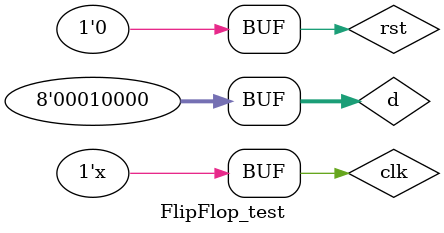
<source format=v>
`timescale 1ns / 1ps


module FlipFlop_test;

	// Inputs
	reg clk;
	reg rst;
	reg [7:0] d;

	// Outputs
	wire [7:0] q;

	// Instantiate the Unit Under Test (UUT)
	FlipFlop uut (
		.clk(clk), 
		.rst(rst), 
		.d(d), 
		.q(q)
	);

	initial begin
		// Initialize Inputs
		clk = 0;
		rst = 0;
		d = 0;
	end
	
	always#20 clk = ~clk; //20ns clk duration

		// Wait 100 ns for global reset to finish
		initial
		begin
		#100;
		rst = 1; //reset is active 
		d = 7'h1;
		
		#100;
		rst = 0; //reset is inactive 
		d = 7'h38;
		
		#100;
		rst = 0; //reset is inactive 
		d = 7'hf0;
		
		#100;
		rst = 0; //reset is inactive 
		d = 7'h10;
        
		// Add stimulus here
	end
      
endmodule


</source>
